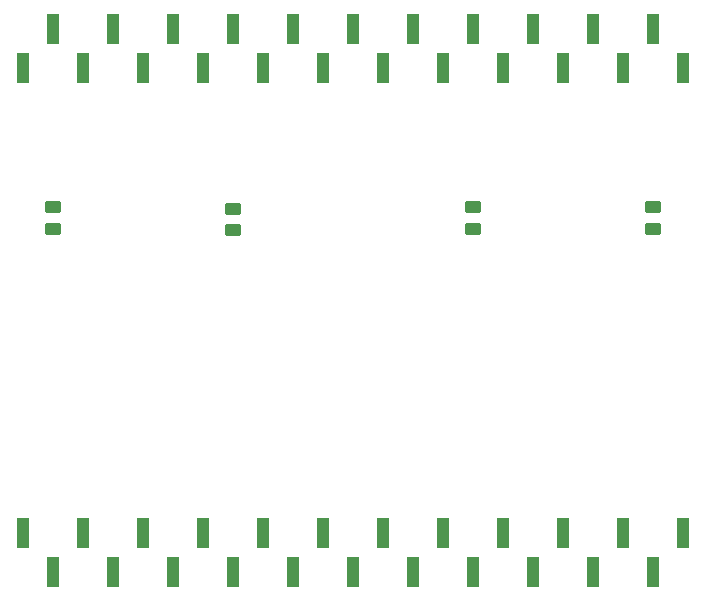
<source format=gbr>
%TF.GenerationSoftware,KiCad,Pcbnew,7.0.5*%
%TF.CreationDate,2023-07-04T20:49:23-04:00*%
%TF.ProjectId,Nixie Clock,4e697869-6520-4436-9c6f-636b2e6b6963,rev?*%
%TF.SameCoordinates,Original*%
%TF.FileFunction,Paste,Bot*%
%TF.FilePolarity,Positive*%
%FSLAX46Y46*%
G04 Gerber Fmt 4.6, Leading zero omitted, Abs format (unit mm)*
G04 Created by KiCad (PCBNEW 7.0.5) date 2023-07-04 20:49:23*
%MOMM*%
%LPD*%
G01*
G04 APERTURE LIST*
G04 Aperture macros list*
%AMRoundRect*
0 Rectangle with rounded corners*
0 $1 Rounding radius*
0 $2 $3 $4 $5 $6 $7 $8 $9 X,Y pos of 4 corners*
0 Add a 4 corners polygon primitive as box body*
4,1,4,$2,$3,$4,$5,$6,$7,$8,$9,$2,$3,0*
0 Add four circle primitives for the rounded corners*
1,1,$1+$1,$2,$3*
1,1,$1+$1,$4,$5*
1,1,$1+$1,$6,$7*
1,1,$1+$1,$8,$9*
0 Add four rect primitives between the rounded corners*
20,1,$1+$1,$2,$3,$4,$5,0*
20,1,$1+$1,$4,$5,$6,$7,0*
20,1,$1+$1,$6,$7,$8,$9,0*
20,1,$1+$1,$8,$9,$2,$3,0*%
G04 Aperture macros list end*
%ADD10RoundRect,0.250000X0.450000X-0.262500X0.450000X0.262500X-0.450000X0.262500X-0.450000X-0.262500X0*%
%ADD11R,1.000000X2.510000*%
G04 APERTURE END LIST*
D10*
%TO.C,R2*%
X167640000Y-77874500D03*
X167640000Y-76049500D03*
%TD*%
D11*
%TO.C,J1*%
X205740000Y-64139000D03*
X203200000Y-60829000D03*
X200660000Y-64139000D03*
X198120000Y-60829000D03*
X195580000Y-64139000D03*
X193040000Y-60829000D03*
X190500000Y-64139000D03*
X187960000Y-60829000D03*
X185420000Y-64139000D03*
X182880000Y-60829000D03*
X180340000Y-64139000D03*
X177800000Y-60829000D03*
X175260000Y-64139000D03*
X172720000Y-60829000D03*
X170180000Y-64139000D03*
X167640000Y-60829000D03*
X165100000Y-64139000D03*
X162560000Y-60829000D03*
X160020000Y-64139000D03*
X157480000Y-60829000D03*
X154940000Y-64139000D03*
X152400000Y-60829000D03*
X149860000Y-64139000D03*
%TD*%
D10*
%TO.C,R1*%
X152400000Y-77747500D03*
X152400000Y-75922500D03*
%TD*%
%TO.C,R3*%
X187960000Y-77747500D03*
X187960000Y-75922500D03*
%TD*%
D11*
%TO.C,J2*%
X149860000Y-103501000D03*
X152400000Y-106811000D03*
X154940000Y-103501000D03*
X157480000Y-106811000D03*
X160020000Y-103501000D03*
X162560000Y-106811000D03*
X165100000Y-103501000D03*
X167640000Y-106811000D03*
X170180000Y-103501000D03*
X172720000Y-106811000D03*
X175260000Y-103501000D03*
X177800000Y-106811000D03*
X180340000Y-103501000D03*
X182880000Y-106811000D03*
X185420000Y-103501000D03*
X187960000Y-106811000D03*
X190500000Y-103501000D03*
X193040000Y-106811000D03*
X195580000Y-103501000D03*
X198120000Y-106811000D03*
X200660000Y-103501000D03*
X203200000Y-106811000D03*
X205740000Y-103501000D03*
%TD*%
D10*
%TO.C,R4*%
X203200000Y-77747500D03*
X203200000Y-75922500D03*
%TD*%
M02*

</source>
